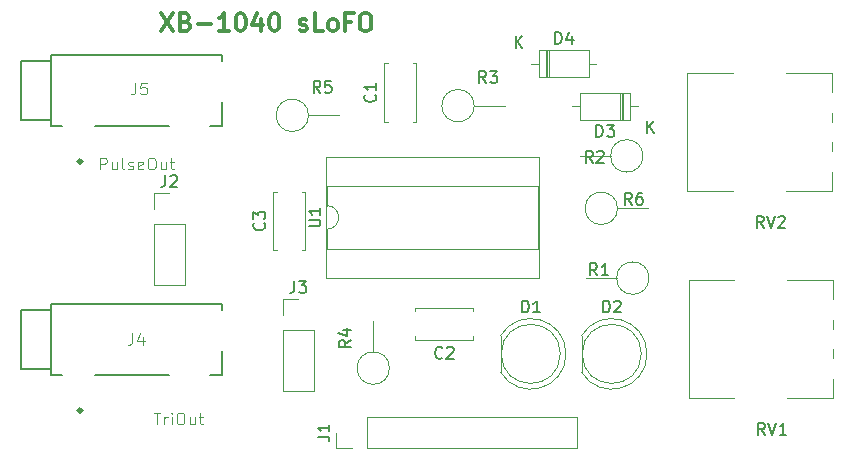
<source format=gbr>
G04 #@! TF.GenerationSoftware,KiCad,Pcbnew,(5.0.1)-rc2*
G04 #@! TF.CreationDate,2018-12-09T02:21:17-05:00*
G04 #@! TF.ProjectId,lfo,6C666F2E6B696361645F706362000000,rev?*
G04 #@! TF.SameCoordinates,Original*
G04 #@! TF.FileFunction,Legend,Top*
G04 #@! TF.FilePolarity,Positive*
%FSLAX46Y46*%
G04 Gerber Fmt 4.6, Leading zero omitted, Abs format (unit mm)*
G04 Created by KiCad (PCBNEW (5.0.1)-rc2) date 12/9/2018 2:21:17 AM*
%MOMM*%
%LPD*%
G01*
G04 APERTURE LIST*
%ADD10C,0.300000*%
%ADD11C,0.120000*%
%ADD12C,0.127000*%
%ADD13C,0.150000*%
%ADD14C,0.050000*%
G04 APERTURE END LIST*
D10*
X114769428Y-49470571D02*
X115769428Y-50970571D01*
X115769428Y-49470571D02*
X114769428Y-50970571D01*
X116840857Y-50184857D02*
X117055142Y-50256285D01*
X117126571Y-50327714D01*
X117198000Y-50470571D01*
X117198000Y-50684857D01*
X117126571Y-50827714D01*
X117055142Y-50899142D01*
X116912285Y-50970571D01*
X116340857Y-50970571D01*
X116340857Y-49470571D01*
X116840857Y-49470571D01*
X116983714Y-49542000D01*
X117055142Y-49613428D01*
X117126571Y-49756285D01*
X117126571Y-49899142D01*
X117055142Y-50042000D01*
X116983714Y-50113428D01*
X116840857Y-50184857D01*
X116340857Y-50184857D01*
X117840857Y-50399142D02*
X118983714Y-50399142D01*
X120483714Y-50970571D02*
X119626571Y-50970571D01*
X120055142Y-50970571D02*
X120055142Y-49470571D01*
X119912285Y-49684857D01*
X119769428Y-49827714D01*
X119626571Y-49899142D01*
X121412285Y-49470571D02*
X121555142Y-49470571D01*
X121698000Y-49542000D01*
X121769428Y-49613428D01*
X121840857Y-49756285D01*
X121912285Y-50042000D01*
X121912285Y-50399142D01*
X121840857Y-50684857D01*
X121769428Y-50827714D01*
X121698000Y-50899142D01*
X121555142Y-50970571D01*
X121412285Y-50970571D01*
X121269428Y-50899142D01*
X121198000Y-50827714D01*
X121126571Y-50684857D01*
X121055142Y-50399142D01*
X121055142Y-50042000D01*
X121126571Y-49756285D01*
X121198000Y-49613428D01*
X121269428Y-49542000D01*
X121412285Y-49470571D01*
X123198000Y-49970571D02*
X123198000Y-50970571D01*
X122840857Y-49399142D02*
X122483714Y-50470571D01*
X123412285Y-50470571D01*
X124269428Y-49470571D02*
X124412285Y-49470571D01*
X124555142Y-49542000D01*
X124626571Y-49613428D01*
X124698000Y-49756285D01*
X124769428Y-50042000D01*
X124769428Y-50399142D01*
X124698000Y-50684857D01*
X124626571Y-50827714D01*
X124555142Y-50899142D01*
X124412285Y-50970571D01*
X124269428Y-50970571D01*
X124126571Y-50899142D01*
X124055142Y-50827714D01*
X123983714Y-50684857D01*
X123912285Y-50399142D01*
X123912285Y-50042000D01*
X123983714Y-49756285D01*
X124055142Y-49613428D01*
X124126571Y-49542000D01*
X124269428Y-49470571D01*
X126483714Y-50899142D02*
X126626571Y-50970571D01*
X126912285Y-50970571D01*
X127055142Y-50899142D01*
X127126571Y-50756285D01*
X127126571Y-50684857D01*
X127055142Y-50542000D01*
X126912285Y-50470571D01*
X126698000Y-50470571D01*
X126555142Y-50399142D01*
X126483714Y-50256285D01*
X126483714Y-50184857D01*
X126555142Y-50042000D01*
X126698000Y-49970571D01*
X126912285Y-49970571D01*
X127055142Y-50042000D01*
X128483714Y-50970571D02*
X127769428Y-50970571D01*
X127769428Y-49470571D01*
X129198000Y-50970571D02*
X129055142Y-50899142D01*
X128983714Y-50827714D01*
X128912285Y-50684857D01*
X128912285Y-50256285D01*
X128983714Y-50113428D01*
X129055142Y-50042000D01*
X129198000Y-49970571D01*
X129412285Y-49970571D01*
X129555142Y-50042000D01*
X129626571Y-50113428D01*
X129698000Y-50256285D01*
X129698000Y-50684857D01*
X129626571Y-50827714D01*
X129555142Y-50899142D01*
X129412285Y-50970571D01*
X129198000Y-50970571D01*
X130840857Y-50184857D02*
X130340857Y-50184857D01*
X130340857Y-50970571D02*
X130340857Y-49470571D01*
X131055142Y-49470571D01*
X131912285Y-49470571D02*
X132198000Y-49470571D01*
X132340857Y-49542000D01*
X132483714Y-49684857D01*
X132555142Y-49970571D01*
X132555142Y-50470571D01*
X132483714Y-50756285D01*
X132340857Y-50899142D01*
X132198000Y-50970571D01*
X131912285Y-50970571D01*
X131769428Y-50899142D01*
X131626571Y-50756285D01*
X131555142Y-50470571D01*
X131555142Y-49970571D01*
X131626571Y-49684857D01*
X131769428Y-49542000D01*
X131912285Y-49470571D01*
D11*
G04 #@! TO.C,RV2*
X171522500Y-64493000D02*
X167657500Y-64493000D01*
X163147500Y-64493000D02*
X159282500Y-64493000D01*
X171522500Y-54553000D02*
X167657500Y-54553000D01*
X163147500Y-54553000D02*
X159282500Y-54553000D01*
X171522500Y-64493000D02*
X171522500Y-62894000D01*
X171522500Y-61152000D02*
X171522500Y-60393000D01*
X171522500Y-58652000D02*
X171522500Y-57893000D01*
X171522500Y-56153000D02*
X171522500Y-54553000D01*
X159282500Y-64493000D02*
X159282500Y-54553000D01*
D12*
G04 #@! TO.C,J4*
X109149000Y-80089000D02*
X115399000Y-80089000D01*
X119899000Y-80089000D02*
X118899000Y-80089000D01*
X119899000Y-78089000D02*
X119899000Y-80089000D01*
X119899000Y-74089000D02*
X119899000Y-74589000D01*
X105399000Y-74089000D02*
X119899000Y-74089000D01*
X105399000Y-79589000D02*
X105399000Y-74089000D01*
X105399000Y-80089000D02*
X106399000Y-80089000D01*
X105399000Y-79589000D02*
X105399000Y-80089000D01*
X102899000Y-79589000D02*
X105399000Y-79589000D01*
X102899000Y-74589000D02*
X102899000Y-79589000D01*
X105399000Y-74589000D02*
X102899000Y-74589000D01*
D10*
X108049000Y-83089000D02*
G75*
G03X108049000Y-83089000I-150000J0D01*
G01*
G04 #@! TO.C,J5*
X108049000Y-62007000D02*
G75*
G03X108049000Y-62007000I-150000J0D01*
G01*
D12*
X105399000Y-53507000D02*
X102899000Y-53507000D01*
X102899000Y-53507000D02*
X102899000Y-58507000D01*
X102899000Y-58507000D02*
X105399000Y-58507000D01*
X105399000Y-58507000D02*
X105399000Y-59007000D01*
X105399000Y-59007000D02*
X106399000Y-59007000D01*
X105399000Y-58507000D02*
X105399000Y-53007000D01*
X105399000Y-53007000D02*
X119899000Y-53007000D01*
X119899000Y-53007000D02*
X119899000Y-53507000D01*
X119899000Y-57007000D02*
X119899000Y-59007000D01*
X119899000Y-59007000D02*
X118899000Y-59007000D01*
X109149000Y-59007000D02*
X115399000Y-59007000D01*
D11*
G04 #@! TO.C,R3*
X141260500Y-57277000D02*
X143870500Y-57277000D01*
X141260500Y-57277000D02*
G75*
G03X141260500Y-57277000I-1370000J0D01*
G01*
G04 #@! TO.C,R4*
X134085000Y-79502000D02*
G75*
G03X134085000Y-79502000I-1370000J0D01*
G01*
X132715000Y-78132000D02*
X132715000Y-75522000D01*
G04 #@! TO.C,R6*
X153389000Y-65976500D02*
X155999000Y-65976500D01*
X153389000Y-65976500D02*
G75*
G03X153389000Y-65976500I-1370000J0D01*
G01*
G04 #@! TO.C,R5*
X127227000Y-58102500D02*
G75*
G03X127227000Y-58102500I-1370000J0D01*
G01*
X127227000Y-58102500D02*
X129837000Y-58102500D01*
G04 #@! TO.C,R1*
X153316000Y-71882000D02*
X150706000Y-71882000D01*
X156056000Y-71882000D02*
G75*
G03X156056000Y-71882000I-1370000J0D01*
G01*
G04 #@! TO.C,R2*
X155548000Y-61531500D02*
G75*
G03X155548000Y-61531500I-1370000J0D01*
G01*
X152808000Y-61531500D02*
X150198000Y-61531500D01*
G04 #@! TO.C,C1*
X133631000Y-58644000D02*
X133631000Y-53704000D01*
X136371000Y-58644000D02*
X136371000Y-53704000D01*
X133631000Y-58644000D02*
X133946000Y-58644000D01*
X136056000Y-58644000D02*
X136371000Y-58644000D01*
X133631000Y-53704000D02*
X133946000Y-53704000D01*
X136056000Y-53704000D02*
X136371000Y-53704000D01*
G04 #@! TO.C,C2*
X136254000Y-74700500D02*
X136254000Y-74385500D01*
X136254000Y-77125500D02*
X136254000Y-76810500D01*
X141194000Y-74700500D02*
X141194000Y-74385500D01*
X141194000Y-77125500D02*
X141194000Y-76810500D01*
X141194000Y-74385500D02*
X136254000Y-74385500D01*
X141194000Y-77125500D02*
X136254000Y-77125500D01*
G04 #@! TO.C,C3*
X124233000Y-69502500D02*
X124233000Y-64562500D01*
X126973000Y-69502500D02*
X126973000Y-64562500D01*
X124233000Y-69502500D02*
X124548000Y-69502500D01*
X126658000Y-69502500D02*
X126973000Y-69502500D01*
X124233000Y-64562500D02*
X124548000Y-64562500D01*
X126658000Y-64562500D02*
X126973000Y-64562500D01*
G04 #@! TO.C,D1*
X149040000Y-78295962D02*
G75*
G03X143490000Y-76750670I-2990000J462D01*
G01*
X149040000Y-78295038D02*
G75*
G02X143490000Y-79840330I-2990000J-462D01*
G01*
X148550000Y-78295500D02*
G75*
G03X148550000Y-78295500I-2500000J0D01*
G01*
X143490000Y-76750500D02*
X143490000Y-79840500D01*
G04 #@! TO.C,D2*
X155898000Y-78295962D02*
G75*
G03X150348000Y-76750670I-2990000J462D01*
G01*
X155898000Y-78295038D02*
G75*
G02X150348000Y-79840330I-2990000J-462D01*
G01*
X155408000Y-78295500D02*
G75*
G03X155408000Y-78295500I-2500000J0D01*
G01*
X150348000Y-76750500D02*
X150348000Y-79840500D01*
G04 #@! TO.C,D3*
X153856500Y-58460500D02*
X153856500Y-56220500D01*
X153616500Y-58460500D02*
X153616500Y-56220500D01*
X153736500Y-58460500D02*
X153736500Y-56220500D01*
X149566500Y-57340500D02*
X150216500Y-57340500D01*
X155106500Y-57340500D02*
X154456500Y-57340500D01*
X150216500Y-58460500D02*
X154456500Y-58460500D01*
X150216500Y-56220500D02*
X150216500Y-58460500D01*
X154456500Y-56220500D02*
X150216500Y-56220500D01*
X154456500Y-58460500D02*
X154456500Y-56220500D01*
G04 #@! TO.C,D4*
X146724000Y-52601000D02*
X146724000Y-54841000D01*
X146724000Y-54841000D02*
X150964000Y-54841000D01*
X150964000Y-54841000D02*
X150964000Y-52601000D01*
X150964000Y-52601000D02*
X146724000Y-52601000D01*
X146074000Y-53721000D02*
X146724000Y-53721000D01*
X151614000Y-53721000D02*
X150964000Y-53721000D01*
X147444000Y-52601000D02*
X147444000Y-54841000D01*
X147564000Y-52601000D02*
X147564000Y-54841000D01*
X147324000Y-52601000D02*
X147324000Y-54841000D01*
G04 #@! TO.C,J1*
X149983500Y-86293000D02*
X149983500Y-83633000D01*
X132143500Y-86293000D02*
X149983500Y-86293000D01*
X132143500Y-83633000D02*
X149983500Y-83633000D01*
X132143500Y-86293000D02*
X132143500Y-83633000D01*
X130873500Y-86293000D02*
X129543500Y-86293000D01*
X129543500Y-86293000D02*
X129543500Y-84963000D01*
G04 #@! TO.C,J2*
X114113000Y-72450000D02*
X116773000Y-72450000D01*
X114113000Y-67310000D02*
X114113000Y-72450000D01*
X116773000Y-67310000D02*
X116773000Y-72450000D01*
X114113000Y-67310000D02*
X116773000Y-67310000D01*
X114113000Y-66040000D02*
X114113000Y-64710000D01*
X114113000Y-64710000D02*
X115443000Y-64710000D01*
G04 #@! TO.C,J3*
X125035000Y-73663500D02*
X126365000Y-73663500D01*
X125035000Y-74993500D02*
X125035000Y-73663500D01*
X125035000Y-76263500D02*
X127695000Y-76263500D01*
X127695000Y-76263500D02*
X127695000Y-81403500D01*
X125035000Y-76263500D02*
X125035000Y-81403500D01*
X125035000Y-81403500D02*
X127695000Y-81403500D01*
G04 #@! TO.C,RV1*
X159409500Y-82019000D02*
X159409500Y-72079000D01*
X171649500Y-73679000D02*
X171649500Y-72079000D01*
X171649500Y-76178000D02*
X171649500Y-75419000D01*
X171649500Y-78678000D02*
X171649500Y-77919000D01*
X171649500Y-82019000D02*
X171649500Y-80420000D01*
X163274500Y-72079000D02*
X159409500Y-72079000D01*
X171649500Y-72079000D02*
X167784500Y-72079000D01*
X163274500Y-82019000D02*
X159409500Y-82019000D01*
X171649500Y-82019000D02*
X167784500Y-82019000D01*
G04 #@! TO.C,U1*
X128781500Y-65738500D02*
G75*
G02X128781500Y-67738500I0J-1000000D01*
G01*
X128781500Y-67738500D02*
X128781500Y-69388500D01*
X128781500Y-69388500D02*
X146681500Y-69388500D01*
X146681500Y-69388500D02*
X146681500Y-64088500D01*
X146681500Y-64088500D02*
X128781500Y-64088500D01*
X128781500Y-64088500D02*
X128781500Y-65738500D01*
X128721500Y-71878500D02*
X146741500Y-71878500D01*
X146741500Y-71878500D02*
X146741500Y-61598500D01*
X146741500Y-61598500D02*
X128721500Y-61598500D01*
X128721500Y-61598500D02*
X128721500Y-71878500D01*
G04 #@! TO.C,RV2*
D13*
X165757261Y-67625380D02*
X165423928Y-67149190D01*
X165185833Y-67625380D02*
X165185833Y-66625380D01*
X165566785Y-66625380D01*
X165662023Y-66673000D01*
X165709642Y-66720619D01*
X165757261Y-66815857D01*
X165757261Y-66958714D01*
X165709642Y-67053952D01*
X165662023Y-67101571D01*
X165566785Y-67149190D01*
X165185833Y-67149190D01*
X166042976Y-66625380D02*
X166376309Y-67625380D01*
X166709642Y-66625380D01*
X166995357Y-66720619D02*
X167042976Y-66673000D01*
X167138214Y-66625380D01*
X167376309Y-66625380D01*
X167471547Y-66673000D01*
X167519166Y-66720619D01*
X167566785Y-66815857D01*
X167566785Y-66911095D01*
X167519166Y-67053952D01*
X166947738Y-67625380D01*
X167566785Y-67625380D01*
G04 #@! TO.C,J4*
D14*
X112315020Y-76540318D02*
X112315020Y-77255990D01*
X112267308Y-77399124D01*
X112171885Y-77494547D01*
X112028751Y-77542258D01*
X111933328Y-77542258D01*
X113221537Y-76874298D02*
X113221537Y-77542258D01*
X112982980Y-76492607D02*
X112744422Y-77208278D01*
X113364671Y-77208278D01*
X114109426Y-83272293D02*
X114680946Y-83272293D01*
X114395186Y-84272453D02*
X114395186Y-83272293D01*
X115014333Y-84272453D02*
X115014333Y-83605680D01*
X115014333Y-83796186D02*
X115061960Y-83700933D01*
X115109586Y-83653306D01*
X115204840Y-83605680D01*
X115300093Y-83605680D01*
X115633480Y-84272453D02*
X115633480Y-83605680D01*
X115633480Y-83272293D02*
X115585853Y-83319920D01*
X115633480Y-83367546D01*
X115681106Y-83319920D01*
X115633480Y-83272293D01*
X115633480Y-83367546D01*
X116300253Y-83272293D02*
X116490760Y-83272293D01*
X116586013Y-83319920D01*
X116681266Y-83415173D01*
X116728893Y-83605680D01*
X116728893Y-83939066D01*
X116681266Y-84129573D01*
X116586013Y-84224826D01*
X116490760Y-84272453D01*
X116300253Y-84272453D01*
X116205000Y-84224826D01*
X116109746Y-84129573D01*
X116062120Y-83939066D01*
X116062120Y-83605680D01*
X116109746Y-83415173D01*
X116205000Y-83319920D01*
X116300253Y-83272293D01*
X117586173Y-83605680D02*
X117586173Y-84272453D01*
X117157533Y-83605680D02*
X117157533Y-84129573D01*
X117205160Y-84224826D01*
X117300413Y-84272453D01*
X117443293Y-84272453D01*
X117538546Y-84224826D01*
X117586173Y-84177200D01*
X117919560Y-83605680D02*
X118300573Y-83605680D01*
X118062440Y-83272293D02*
X118062440Y-84129573D01*
X118110066Y-84224826D01*
X118205320Y-84272453D01*
X118300573Y-84272453D01*
G04 #@! TO.C,J5*
X112569020Y-55331318D02*
X112569020Y-56046990D01*
X112521308Y-56190124D01*
X112425885Y-56285547D01*
X112282751Y-56333258D01*
X112187328Y-56333258D01*
X113523248Y-55331318D02*
X113046134Y-55331318D01*
X112998422Y-55808432D01*
X113046134Y-55760721D01*
X113141557Y-55713010D01*
X113380114Y-55713010D01*
X113475537Y-55760721D01*
X113523248Y-55808432D01*
X113570960Y-55903855D01*
X113570960Y-56142412D01*
X113523248Y-56237835D01*
X113475537Y-56285547D01*
X113380114Y-56333258D01*
X113141557Y-56333258D01*
X113046134Y-56285547D01*
X112998422Y-56237835D01*
X109577080Y-62682453D02*
X109577080Y-61682293D01*
X109958093Y-61682293D01*
X110053346Y-61729920D01*
X110100973Y-61777546D01*
X110148600Y-61872800D01*
X110148600Y-62015680D01*
X110100973Y-62110933D01*
X110053346Y-62158560D01*
X109958093Y-62206186D01*
X109577080Y-62206186D01*
X111005880Y-62015680D02*
X111005880Y-62682453D01*
X110577240Y-62015680D02*
X110577240Y-62539573D01*
X110624866Y-62634826D01*
X110720120Y-62682453D01*
X110863000Y-62682453D01*
X110958253Y-62634826D01*
X111005880Y-62587200D01*
X111625026Y-62682453D02*
X111529773Y-62634826D01*
X111482146Y-62539573D01*
X111482146Y-61682293D01*
X111958413Y-62634826D02*
X112053666Y-62682453D01*
X112244173Y-62682453D01*
X112339426Y-62634826D01*
X112387053Y-62539573D01*
X112387053Y-62491946D01*
X112339426Y-62396693D01*
X112244173Y-62349066D01*
X112101293Y-62349066D01*
X112006040Y-62301440D01*
X111958413Y-62206186D01*
X111958413Y-62158560D01*
X112006040Y-62063306D01*
X112101293Y-62015680D01*
X112244173Y-62015680D01*
X112339426Y-62063306D01*
X113196706Y-62634826D02*
X113101453Y-62682453D01*
X112910946Y-62682453D01*
X112815693Y-62634826D01*
X112768066Y-62539573D01*
X112768066Y-62158560D01*
X112815693Y-62063306D01*
X112910946Y-62015680D01*
X113101453Y-62015680D01*
X113196706Y-62063306D01*
X113244333Y-62158560D01*
X113244333Y-62253813D01*
X112768066Y-62349066D01*
X113863480Y-61682293D02*
X114053986Y-61682293D01*
X114149240Y-61729920D01*
X114244493Y-61825173D01*
X114292120Y-62015680D01*
X114292120Y-62349066D01*
X114244493Y-62539573D01*
X114149240Y-62634826D01*
X114053986Y-62682453D01*
X113863480Y-62682453D01*
X113768226Y-62634826D01*
X113672973Y-62539573D01*
X113625346Y-62349066D01*
X113625346Y-62015680D01*
X113672973Y-61825173D01*
X113768226Y-61729920D01*
X113863480Y-61682293D01*
X115149400Y-62015680D02*
X115149400Y-62682453D01*
X114720760Y-62015680D02*
X114720760Y-62539573D01*
X114768386Y-62634826D01*
X114863640Y-62682453D01*
X115006520Y-62682453D01*
X115101773Y-62634826D01*
X115149400Y-62587200D01*
X115482786Y-62015680D02*
X115863800Y-62015680D01*
X115625666Y-61682293D02*
X115625666Y-62539573D01*
X115673293Y-62634826D01*
X115768546Y-62682453D01*
X115863800Y-62682453D01*
G04 #@! TO.C,R3*
D13*
X142263833Y-55359380D02*
X141930500Y-54883190D01*
X141692404Y-55359380D02*
X141692404Y-54359380D01*
X142073357Y-54359380D01*
X142168595Y-54407000D01*
X142216214Y-54454619D01*
X142263833Y-54549857D01*
X142263833Y-54692714D01*
X142216214Y-54787952D01*
X142168595Y-54835571D01*
X142073357Y-54883190D01*
X141692404Y-54883190D01*
X142597166Y-54359380D02*
X143216214Y-54359380D01*
X142882880Y-54740333D01*
X143025738Y-54740333D01*
X143120976Y-54787952D01*
X143168595Y-54835571D01*
X143216214Y-54930809D01*
X143216214Y-55168904D01*
X143168595Y-55264142D01*
X143120976Y-55311761D01*
X143025738Y-55359380D01*
X142740023Y-55359380D01*
X142644785Y-55311761D01*
X142597166Y-55264142D01*
G04 #@! TO.C,R4*
X130797380Y-77128666D02*
X130321190Y-77462000D01*
X130797380Y-77700095D02*
X129797380Y-77700095D01*
X129797380Y-77319142D01*
X129845000Y-77223904D01*
X129892619Y-77176285D01*
X129987857Y-77128666D01*
X130130714Y-77128666D01*
X130225952Y-77176285D01*
X130273571Y-77223904D01*
X130321190Y-77319142D01*
X130321190Y-77700095D01*
X130130714Y-76271523D02*
X130797380Y-76271523D01*
X129749761Y-76509619D02*
X130464047Y-76747714D01*
X130464047Y-76128666D01*
G04 #@! TO.C,R6*
X154582833Y-65666880D02*
X154249500Y-65190690D01*
X154011404Y-65666880D02*
X154011404Y-64666880D01*
X154392357Y-64666880D01*
X154487595Y-64714500D01*
X154535214Y-64762119D01*
X154582833Y-64857357D01*
X154582833Y-65000214D01*
X154535214Y-65095452D01*
X154487595Y-65143071D01*
X154392357Y-65190690D01*
X154011404Y-65190690D01*
X155439976Y-64666880D02*
X155249500Y-64666880D01*
X155154261Y-64714500D01*
X155106642Y-64762119D01*
X155011404Y-64904976D01*
X154963785Y-65095452D01*
X154963785Y-65476404D01*
X155011404Y-65571642D01*
X155059023Y-65619261D01*
X155154261Y-65666880D01*
X155344738Y-65666880D01*
X155439976Y-65619261D01*
X155487595Y-65571642D01*
X155535214Y-65476404D01*
X155535214Y-65238309D01*
X155487595Y-65143071D01*
X155439976Y-65095452D01*
X155344738Y-65047833D01*
X155154261Y-65047833D01*
X155059023Y-65095452D01*
X155011404Y-65143071D01*
X154963785Y-65238309D01*
G04 #@! TO.C,R5*
X128230333Y-56184880D02*
X127897000Y-55708690D01*
X127658904Y-56184880D02*
X127658904Y-55184880D01*
X128039857Y-55184880D01*
X128135095Y-55232500D01*
X128182714Y-55280119D01*
X128230333Y-55375357D01*
X128230333Y-55518214D01*
X128182714Y-55613452D01*
X128135095Y-55661071D01*
X128039857Y-55708690D01*
X127658904Y-55708690D01*
X129135095Y-55184880D02*
X128658904Y-55184880D01*
X128611285Y-55661071D01*
X128658904Y-55613452D01*
X128754142Y-55565833D01*
X128992238Y-55565833D01*
X129087476Y-55613452D01*
X129135095Y-55661071D01*
X129182714Y-55756309D01*
X129182714Y-55994404D01*
X129135095Y-56089642D01*
X129087476Y-56137261D01*
X128992238Y-56184880D01*
X128754142Y-56184880D01*
X128658904Y-56137261D01*
X128611285Y-56089642D01*
G04 #@! TO.C,R1*
X151661833Y-71635880D02*
X151328500Y-71159690D01*
X151090404Y-71635880D02*
X151090404Y-70635880D01*
X151471357Y-70635880D01*
X151566595Y-70683500D01*
X151614214Y-70731119D01*
X151661833Y-70826357D01*
X151661833Y-70969214D01*
X151614214Y-71064452D01*
X151566595Y-71112071D01*
X151471357Y-71159690D01*
X151090404Y-71159690D01*
X152614214Y-71635880D02*
X152042785Y-71635880D01*
X152328500Y-71635880D02*
X152328500Y-70635880D01*
X152233261Y-70778738D01*
X152138023Y-70873976D01*
X152042785Y-70921595D01*
G04 #@! TO.C,R2*
X151280833Y-62110880D02*
X150947500Y-61634690D01*
X150709404Y-62110880D02*
X150709404Y-61110880D01*
X151090357Y-61110880D01*
X151185595Y-61158500D01*
X151233214Y-61206119D01*
X151280833Y-61301357D01*
X151280833Y-61444214D01*
X151233214Y-61539452D01*
X151185595Y-61587071D01*
X151090357Y-61634690D01*
X150709404Y-61634690D01*
X151661785Y-61206119D02*
X151709404Y-61158500D01*
X151804642Y-61110880D01*
X152042738Y-61110880D01*
X152137976Y-61158500D01*
X152185595Y-61206119D01*
X152233214Y-61301357D01*
X152233214Y-61396595D01*
X152185595Y-61539452D01*
X151614166Y-62110880D01*
X152233214Y-62110880D01*
G04 #@! TO.C,C1*
X132858142Y-56340666D02*
X132905761Y-56388285D01*
X132953380Y-56531142D01*
X132953380Y-56626380D01*
X132905761Y-56769238D01*
X132810523Y-56864476D01*
X132715285Y-56912095D01*
X132524809Y-56959714D01*
X132381952Y-56959714D01*
X132191476Y-56912095D01*
X132096238Y-56864476D01*
X132001000Y-56769238D01*
X131953380Y-56626380D01*
X131953380Y-56531142D01*
X132001000Y-56388285D01*
X132048619Y-56340666D01*
X132953380Y-55388285D02*
X132953380Y-55959714D01*
X132953380Y-55674000D02*
X131953380Y-55674000D01*
X132096238Y-55769238D01*
X132191476Y-55864476D01*
X132239095Y-55959714D01*
G04 #@! TO.C,C2*
X138557333Y-78612642D02*
X138509714Y-78660261D01*
X138366857Y-78707880D01*
X138271619Y-78707880D01*
X138128761Y-78660261D01*
X138033523Y-78565023D01*
X137985904Y-78469785D01*
X137938285Y-78279309D01*
X137938285Y-78136452D01*
X137985904Y-77945976D01*
X138033523Y-77850738D01*
X138128761Y-77755500D01*
X138271619Y-77707880D01*
X138366857Y-77707880D01*
X138509714Y-77755500D01*
X138557333Y-77803119D01*
X138938285Y-77803119D02*
X138985904Y-77755500D01*
X139081142Y-77707880D01*
X139319238Y-77707880D01*
X139414476Y-77755500D01*
X139462095Y-77803119D01*
X139509714Y-77898357D01*
X139509714Y-77993595D01*
X139462095Y-78136452D01*
X138890666Y-78707880D01*
X139509714Y-78707880D01*
G04 #@! TO.C,C3*
X123460142Y-67199166D02*
X123507761Y-67246785D01*
X123555380Y-67389642D01*
X123555380Y-67484880D01*
X123507761Y-67627738D01*
X123412523Y-67722976D01*
X123317285Y-67770595D01*
X123126809Y-67818214D01*
X122983952Y-67818214D01*
X122793476Y-67770595D01*
X122698238Y-67722976D01*
X122603000Y-67627738D01*
X122555380Y-67484880D01*
X122555380Y-67389642D01*
X122603000Y-67246785D01*
X122650619Y-67199166D01*
X122555380Y-66865833D02*
X122555380Y-66246785D01*
X122936333Y-66580119D01*
X122936333Y-66437261D01*
X122983952Y-66342023D01*
X123031571Y-66294404D01*
X123126809Y-66246785D01*
X123364904Y-66246785D01*
X123460142Y-66294404D01*
X123507761Y-66342023D01*
X123555380Y-66437261D01*
X123555380Y-66722976D01*
X123507761Y-66818214D01*
X123460142Y-66865833D01*
G04 #@! TO.C,D1*
X145311904Y-74787880D02*
X145311904Y-73787880D01*
X145550000Y-73787880D01*
X145692857Y-73835500D01*
X145788095Y-73930738D01*
X145835714Y-74025976D01*
X145883333Y-74216452D01*
X145883333Y-74359309D01*
X145835714Y-74549785D01*
X145788095Y-74645023D01*
X145692857Y-74740261D01*
X145550000Y-74787880D01*
X145311904Y-74787880D01*
X146835714Y-74787880D02*
X146264285Y-74787880D01*
X146550000Y-74787880D02*
X146550000Y-73787880D01*
X146454761Y-73930738D01*
X146359523Y-74025976D01*
X146264285Y-74073595D01*
G04 #@! TO.C,D2*
X152169904Y-74787880D02*
X152169904Y-73787880D01*
X152408000Y-73787880D01*
X152550857Y-73835500D01*
X152646095Y-73930738D01*
X152693714Y-74025976D01*
X152741333Y-74216452D01*
X152741333Y-74359309D01*
X152693714Y-74549785D01*
X152646095Y-74645023D01*
X152550857Y-74740261D01*
X152408000Y-74787880D01*
X152169904Y-74787880D01*
X153122285Y-73883119D02*
X153169904Y-73835500D01*
X153265142Y-73787880D01*
X153503238Y-73787880D01*
X153598476Y-73835500D01*
X153646095Y-73883119D01*
X153693714Y-73978357D01*
X153693714Y-74073595D01*
X153646095Y-74216452D01*
X153074666Y-74787880D01*
X153693714Y-74787880D01*
G04 #@! TO.C,D3*
X151598404Y-59912880D02*
X151598404Y-58912880D01*
X151836500Y-58912880D01*
X151979357Y-58960500D01*
X152074595Y-59055738D01*
X152122214Y-59150976D01*
X152169833Y-59341452D01*
X152169833Y-59484309D01*
X152122214Y-59674785D01*
X152074595Y-59770023D01*
X151979357Y-59865261D01*
X151836500Y-59912880D01*
X151598404Y-59912880D01*
X152503166Y-58912880D02*
X153122214Y-58912880D01*
X152788880Y-59293833D01*
X152931738Y-59293833D01*
X153026976Y-59341452D01*
X153074595Y-59389071D01*
X153122214Y-59484309D01*
X153122214Y-59722404D01*
X153074595Y-59817642D01*
X153026976Y-59865261D01*
X152931738Y-59912880D01*
X152646023Y-59912880D01*
X152550785Y-59865261D01*
X152503166Y-59817642D01*
X155884595Y-59592880D02*
X155884595Y-58592880D01*
X156456023Y-59592880D02*
X156027452Y-59021452D01*
X156456023Y-58592880D02*
X155884595Y-59164309D01*
G04 #@! TO.C,D4*
X148105904Y-52053380D02*
X148105904Y-51053380D01*
X148344000Y-51053380D01*
X148486857Y-51101000D01*
X148582095Y-51196238D01*
X148629714Y-51291476D01*
X148677333Y-51481952D01*
X148677333Y-51624809D01*
X148629714Y-51815285D01*
X148582095Y-51910523D01*
X148486857Y-52005761D01*
X148344000Y-52053380D01*
X148105904Y-52053380D01*
X149534476Y-51386714D02*
X149534476Y-52053380D01*
X149296380Y-51005761D02*
X149058285Y-51720047D01*
X149677333Y-51720047D01*
X144772095Y-52373380D02*
X144772095Y-51373380D01*
X145343523Y-52373380D02*
X144914952Y-51801952D01*
X145343523Y-51373380D02*
X144772095Y-51944809D01*
G04 #@! TO.C,J1*
X127995880Y-85296333D02*
X128710166Y-85296333D01*
X128853023Y-85343952D01*
X128948261Y-85439190D01*
X128995880Y-85582047D01*
X128995880Y-85677285D01*
X128995880Y-84296333D02*
X128995880Y-84867761D01*
X128995880Y-84582047D02*
X127995880Y-84582047D01*
X128138738Y-84677285D01*
X128233976Y-84772523D01*
X128281595Y-84867761D01*
G04 #@! TO.C,J2*
X115109666Y-63162380D02*
X115109666Y-63876666D01*
X115062047Y-64019523D01*
X114966809Y-64114761D01*
X114823952Y-64162380D01*
X114728714Y-64162380D01*
X115538238Y-63257619D02*
X115585857Y-63210000D01*
X115681095Y-63162380D01*
X115919190Y-63162380D01*
X116014428Y-63210000D01*
X116062047Y-63257619D01*
X116109666Y-63352857D01*
X116109666Y-63448095D01*
X116062047Y-63590952D01*
X115490619Y-64162380D01*
X116109666Y-64162380D01*
G04 #@! TO.C,J3*
X126031666Y-72115880D02*
X126031666Y-72830166D01*
X125984047Y-72973023D01*
X125888809Y-73068261D01*
X125745952Y-73115880D01*
X125650714Y-73115880D01*
X126412619Y-72115880D02*
X127031666Y-72115880D01*
X126698333Y-72496833D01*
X126841190Y-72496833D01*
X126936428Y-72544452D01*
X126984047Y-72592071D01*
X127031666Y-72687309D01*
X127031666Y-72925404D01*
X126984047Y-73020642D01*
X126936428Y-73068261D01*
X126841190Y-73115880D01*
X126555476Y-73115880D01*
X126460238Y-73068261D01*
X126412619Y-73020642D01*
G04 #@! TO.C,RV1*
X165884261Y-85151380D02*
X165550928Y-84675190D01*
X165312833Y-85151380D02*
X165312833Y-84151380D01*
X165693785Y-84151380D01*
X165789023Y-84199000D01*
X165836642Y-84246619D01*
X165884261Y-84341857D01*
X165884261Y-84484714D01*
X165836642Y-84579952D01*
X165789023Y-84627571D01*
X165693785Y-84675190D01*
X165312833Y-84675190D01*
X166169976Y-84151380D02*
X166503309Y-85151380D01*
X166836642Y-84151380D01*
X167693785Y-85151380D02*
X167122357Y-85151380D01*
X167408071Y-85151380D02*
X167408071Y-84151380D01*
X167312833Y-84294238D01*
X167217595Y-84389476D01*
X167122357Y-84437095D01*
G04 #@! TO.C,U1*
X127233880Y-67500404D02*
X128043404Y-67500404D01*
X128138642Y-67452785D01*
X128186261Y-67405166D01*
X128233880Y-67309928D01*
X128233880Y-67119452D01*
X128186261Y-67024214D01*
X128138642Y-66976595D01*
X128043404Y-66928976D01*
X127233880Y-66928976D01*
X128233880Y-65928976D02*
X128233880Y-66500404D01*
X128233880Y-66214690D02*
X127233880Y-66214690D01*
X127376738Y-66309928D01*
X127471976Y-66405166D01*
X127519595Y-66500404D01*
G04 #@! TD*
M02*

</source>
